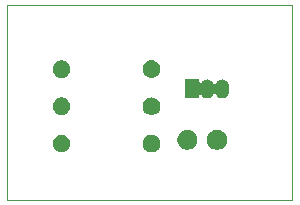
<source format=gbr>
G04 #@! TF.GenerationSoftware,KiCad,Pcbnew,(5.1.2)-2*
G04 #@! TF.CreationDate,2019-08-09T21:51:20-03:00*
G04 #@! TF.ProjectId,primeiro,7072696d-6569-4726-9f2e-6b696361645f,rev?*
G04 #@! TF.SameCoordinates,Original*
G04 #@! TF.FileFunction,Soldermask,Top*
G04 #@! TF.FilePolarity,Negative*
%FSLAX46Y46*%
G04 Gerber Fmt 4.6, Leading zero omitted, Abs format (unit mm)*
G04 Created by KiCad (PCBNEW (5.1.2)-2) date 2019-08-09 21:51:20*
%MOMM*%
%LPD*%
G04 APERTURE LIST*
%ADD10C,0.050000*%
%ADD11C,0.100000*%
G04 APERTURE END LIST*
D10*
X134620000Y-101600000D02*
X134620000Y-85090000D01*
X158750000Y-101600000D02*
X134620000Y-101600000D01*
X158750000Y-85090000D02*
X158750000Y-101600000D01*
X134620000Y-85090000D02*
X158750000Y-85090000D01*
D11*
G36*
X139409059Y-96107860D02*
G01*
X139469294Y-96132810D01*
X139545732Y-96164472D01*
X139668735Y-96246660D01*
X139773340Y-96351265D01*
X139855528Y-96474268D01*
X139912140Y-96610941D01*
X139941000Y-96756033D01*
X139941000Y-96903967D01*
X139912140Y-97049059D01*
X139855528Y-97185732D01*
X139773340Y-97308735D01*
X139668735Y-97413340D01*
X139545732Y-97495528D01*
X139545731Y-97495529D01*
X139545730Y-97495529D01*
X139409059Y-97552140D01*
X139263968Y-97581000D01*
X139116032Y-97581000D01*
X138970941Y-97552140D01*
X138834270Y-97495529D01*
X138834269Y-97495529D01*
X138834268Y-97495528D01*
X138711265Y-97413340D01*
X138606660Y-97308735D01*
X138524472Y-97185732D01*
X138467860Y-97049059D01*
X138439000Y-96903967D01*
X138439000Y-96756033D01*
X138467860Y-96610941D01*
X138524472Y-96474268D01*
X138606660Y-96351265D01*
X138711265Y-96246660D01*
X138834268Y-96164472D01*
X138910707Y-96132810D01*
X138970941Y-96107860D01*
X139116032Y-96079000D01*
X139263968Y-96079000D01*
X139409059Y-96107860D01*
X139409059Y-96107860D01*
G37*
G36*
X146883665Y-96082622D02*
G01*
X146957222Y-96089867D01*
X147098786Y-96132810D01*
X147229252Y-96202546D01*
X147259040Y-96226992D01*
X147343607Y-96296393D01*
X147413008Y-96380960D01*
X147437454Y-96410748D01*
X147507190Y-96541214D01*
X147550133Y-96682778D01*
X147564633Y-96830000D01*
X147550133Y-96977222D01*
X147507190Y-97118786D01*
X147437454Y-97249252D01*
X147417023Y-97274147D01*
X147343607Y-97363607D01*
X147283004Y-97413341D01*
X147229252Y-97457454D01*
X147098786Y-97527190D01*
X146957222Y-97570133D01*
X146883665Y-97577378D01*
X146846888Y-97581000D01*
X146773112Y-97581000D01*
X146736335Y-97577378D01*
X146662778Y-97570133D01*
X146521214Y-97527190D01*
X146390748Y-97457454D01*
X146336996Y-97413341D01*
X146276393Y-97363607D01*
X146202977Y-97274147D01*
X146182546Y-97249252D01*
X146112810Y-97118786D01*
X146069867Y-96977222D01*
X146055367Y-96830000D01*
X146069867Y-96682778D01*
X146112810Y-96541214D01*
X146182546Y-96410748D01*
X146206992Y-96380960D01*
X146276393Y-96296393D01*
X146360960Y-96226992D01*
X146390748Y-96202546D01*
X146521214Y-96132810D01*
X146662778Y-96089867D01*
X146736335Y-96082622D01*
X146773112Y-96079000D01*
X146846888Y-96079000D01*
X146883665Y-96082622D01*
X146883665Y-96082622D01*
G37*
G36*
X150108228Y-95701703D02*
G01*
X150263100Y-95765853D01*
X150402481Y-95858985D01*
X150521015Y-95977519D01*
X150614147Y-96116900D01*
X150678297Y-96271772D01*
X150711000Y-96436184D01*
X150711000Y-96603816D01*
X150678297Y-96768228D01*
X150614147Y-96923100D01*
X150521015Y-97062481D01*
X150402481Y-97181015D01*
X150263100Y-97274147D01*
X150108228Y-97338297D01*
X149943816Y-97371000D01*
X149776184Y-97371000D01*
X149611772Y-97338297D01*
X149456900Y-97274147D01*
X149317519Y-97181015D01*
X149198985Y-97062481D01*
X149105853Y-96923100D01*
X149041703Y-96768228D01*
X149009000Y-96603816D01*
X149009000Y-96436184D01*
X149041703Y-96271772D01*
X149105853Y-96116900D01*
X149198985Y-95977519D01*
X149317519Y-95858985D01*
X149456900Y-95765853D01*
X149611772Y-95701703D01*
X149776184Y-95669000D01*
X149943816Y-95669000D01*
X150108228Y-95701703D01*
X150108228Y-95701703D01*
G37*
G36*
X152608228Y-95701703D02*
G01*
X152763100Y-95765853D01*
X152902481Y-95858985D01*
X153021015Y-95977519D01*
X153114147Y-96116900D01*
X153178297Y-96271772D01*
X153211000Y-96436184D01*
X153211000Y-96603816D01*
X153178297Y-96768228D01*
X153114147Y-96923100D01*
X153021015Y-97062481D01*
X152902481Y-97181015D01*
X152763100Y-97274147D01*
X152608228Y-97338297D01*
X152443816Y-97371000D01*
X152276184Y-97371000D01*
X152111772Y-97338297D01*
X151956900Y-97274147D01*
X151817519Y-97181015D01*
X151698985Y-97062481D01*
X151605853Y-96923100D01*
X151541703Y-96768228D01*
X151509000Y-96603816D01*
X151509000Y-96436184D01*
X151541703Y-96271772D01*
X151605853Y-96116900D01*
X151698985Y-95977519D01*
X151817519Y-95858985D01*
X151956900Y-95765853D01*
X152111772Y-95701703D01*
X152276184Y-95669000D01*
X152443816Y-95669000D01*
X152608228Y-95701703D01*
X152608228Y-95701703D01*
G37*
G36*
X146883665Y-92932622D02*
G01*
X146957222Y-92939867D01*
X147098786Y-92982810D01*
X147229252Y-93052546D01*
X147259040Y-93076992D01*
X147343607Y-93146393D01*
X147413008Y-93230960D01*
X147437454Y-93260748D01*
X147507190Y-93391214D01*
X147550133Y-93532778D01*
X147564633Y-93680000D01*
X147550133Y-93827222D01*
X147507190Y-93968786D01*
X147437454Y-94099252D01*
X147413008Y-94129040D01*
X147343607Y-94213607D01*
X147283004Y-94263341D01*
X147229252Y-94307454D01*
X147098786Y-94377190D01*
X146957222Y-94420133D01*
X146883665Y-94427378D01*
X146846888Y-94431000D01*
X146773112Y-94431000D01*
X146736335Y-94427378D01*
X146662778Y-94420133D01*
X146521214Y-94377190D01*
X146390748Y-94307454D01*
X146336996Y-94263341D01*
X146276393Y-94213607D01*
X146206992Y-94129040D01*
X146182546Y-94099252D01*
X146112810Y-93968786D01*
X146069867Y-93827222D01*
X146055367Y-93680000D01*
X146069867Y-93532778D01*
X146112810Y-93391214D01*
X146182546Y-93260748D01*
X146206992Y-93230960D01*
X146276393Y-93146393D01*
X146360960Y-93076992D01*
X146390748Y-93052546D01*
X146521214Y-92982810D01*
X146662778Y-92939867D01*
X146736335Y-92932622D01*
X146773112Y-92929000D01*
X146846888Y-92929000D01*
X146883665Y-92932622D01*
X146883665Y-92932622D01*
G37*
G36*
X139409059Y-92957860D02*
G01*
X139544079Y-93013787D01*
X139545732Y-93014472D01*
X139668735Y-93096660D01*
X139773340Y-93201265D01*
X139855528Y-93324268D01*
X139912140Y-93460941D01*
X139941000Y-93606033D01*
X139941000Y-93753967D01*
X139912140Y-93899059D01*
X139855528Y-94035732D01*
X139773340Y-94158735D01*
X139668735Y-94263340D01*
X139545732Y-94345528D01*
X139545731Y-94345529D01*
X139545730Y-94345529D01*
X139409059Y-94402140D01*
X139263968Y-94431000D01*
X139116032Y-94431000D01*
X138970941Y-94402140D01*
X138834270Y-94345529D01*
X138834269Y-94345529D01*
X138834268Y-94345528D01*
X138711265Y-94263340D01*
X138606660Y-94158735D01*
X138524472Y-94035732D01*
X138467860Y-93899059D01*
X138439000Y-93753967D01*
X138439000Y-93606033D01*
X138467860Y-93460941D01*
X138524472Y-93324268D01*
X138606660Y-93201265D01*
X138711265Y-93096660D01*
X138834268Y-93014472D01*
X138835922Y-93013787D01*
X138970941Y-92957860D01*
X139116032Y-92929000D01*
X139263968Y-92929000D01*
X139409059Y-92957860D01*
X139409059Y-92957860D01*
G37*
G36*
X152922915Y-91417334D02*
G01*
X153031491Y-91450271D01*
X153031494Y-91450272D01*
X153067600Y-91469571D01*
X153131556Y-91503756D01*
X153219264Y-91575736D01*
X153291244Y-91663443D01*
X153325429Y-91727399D01*
X153344728Y-91763505D01*
X153344729Y-91763508D01*
X153377666Y-91872084D01*
X153386000Y-91956702D01*
X153386000Y-92463297D01*
X153377666Y-92547916D01*
X153345252Y-92654767D01*
X153344728Y-92656495D01*
X153334761Y-92675141D01*
X153291244Y-92756557D01*
X153219264Y-92844264D01*
X153131557Y-92916244D01*
X153067601Y-92950429D01*
X153031495Y-92969728D01*
X153031492Y-92969729D01*
X152922916Y-93002666D01*
X152810000Y-93013787D01*
X152697085Y-93002666D01*
X152588509Y-92969729D01*
X152588506Y-92969728D01*
X152552400Y-92950429D01*
X152488444Y-92916244D01*
X152400737Y-92844264D01*
X152328757Y-92756557D01*
X152285239Y-92675141D01*
X152271625Y-92654766D01*
X152254298Y-92637439D01*
X152233924Y-92623826D01*
X152211285Y-92614448D01*
X152187252Y-92609668D01*
X152162748Y-92609668D01*
X152138715Y-92614448D01*
X152116076Y-92623826D01*
X152095701Y-92637440D01*
X152078374Y-92654767D01*
X152064761Y-92675141D01*
X152021244Y-92756557D01*
X151949264Y-92844264D01*
X151861557Y-92916244D01*
X151797601Y-92950429D01*
X151761495Y-92969728D01*
X151761492Y-92969729D01*
X151652916Y-93002666D01*
X151540000Y-93013787D01*
X151427085Y-93002666D01*
X151318509Y-92969729D01*
X151318506Y-92969728D01*
X151282400Y-92950429D01*
X151218444Y-92916244D01*
X151130737Y-92844264D01*
X151067622Y-92767359D01*
X151050297Y-92750034D01*
X151029923Y-92736420D01*
X151007284Y-92727043D01*
X150983250Y-92722263D01*
X150958746Y-92722263D01*
X150934713Y-92727044D01*
X150912074Y-92736421D01*
X150891700Y-92750035D01*
X150874373Y-92767362D01*
X150860759Y-92787736D01*
X150851382Y-92810375D01*
X150846000Y-92846660D01*
X150846000Y-93011000D01*
X149694000Y-93011000D01*
X149694000Y-91409000D01*
X150846000Y-91409000D01*
X150846000Y-91573341D01*
X150848402Y-91597727D01*
X150855515Y-91621176D01*
X150867066Y-91642787D01*
X150882611Y-91661729D01*
X150901553Y-91677274D01*
X150923164Y-91688825D01*
X150946613Y-91695938D01*
X150970999Y-91698340D01*
X150995385Y-91695938D01*
X151018834Y-91688825D01*
X151040445Y-91677274D01*
X151059387Y-91661729D01*
X151067608Y-91652657D01*
X151130736Y-91575736D01*
X151218443Y-91503756D01*
X151282399Y-91469571D01*
X151318505Y-91450272D01*
X151318508Y-91450271D01*
X151427084Y-91417334D01*
X151540000Y-91406213D01*
X151652915Y-91417334D01*
X151761491Y-91450271D01*
X151761494Y-91450272D01*
X151797600Y-91469571D01*
X151861556Y-91503756D01*
X151949264Y-91575736D01*
X152021244Y-91663443D01*
X152064761Y-91744859D01*
X152078375Y-91765234D01*
X152095702Y-91782561D01*
X152116076Y-91796174D01*
X152138715Y-91805552D01*
X152162748Y-91810332D01*
X152187252Y-91810332D01*
X152211285Y-91805552D01*
X152233924Y-91796174D01*
X152254299Y-91782560D01*
X152271626Y-91765233D01*
X152285239Y-91744860D01*
X152328756Y-91663444D01*
X152400736Y-91575736D01*
X152488443Y-91503756D01*
X152552399Y-91469571D01*
X152588505Y-91450272D01*
X152588508Y-91450271D01*
X152697084Y-91417334D01*
X152810000Y-91406213D01*
X152922915Y-91417334D01*
X152922915Y-91417334D01*
G37*
G36*
X139409059Y-89807860D02*
G01*
X139469294Y-89832810D01*
X139545732Y-89864472D01*
X139668735Y-89946660D01*
X139773340Y-90051265D01*
X139855528Y-90174268D01*
X139912140Y-90310941D01*
X139941000Y-90456033D01*
X139941000Y-90603967D01*
X139912140Y-90749059D01*
X139855528Y-90885732D01*
X139773340Y-91008735D01*
X139668735Y-91113340D01*
X139545732Y-91195528D01*
X139545731Y-91195529D01*
X139545730Y-91195529D01*
X139409059Y-91252140D01*
X139263968Y-91281000D01*
X139116032Y-91281000D01*
X138970941Y-91252140D01*
X138834270Y-91195529D01*
X138834269Y-91195529D01*
X138834268Y-91195528D01*
X138711265Y-91113340D01*
X138606660Y-91008735D01*
X138524472Y-90885732D01*
X138467860Y-90749059D01*
X138439000Y-90603967D01*
X138439000Y-90456033D01*
X138467860Y-90310941D01*
X138524472Y-90174268D01*
X138606660Y-90051265D01*
X138711265Y-89946660D01*
X138834268Y-89864472D01*
X138910707Y-89832810D01*
X138970941Y-89807860D01*
X139116032Y-89779000D01*
X139263968Y-89779000D01*
X139409059Y-89807860D01*
X139409059Y-89807860D01*
G37*
G36*
X146883665Y-89782622D02*
G01*
X146957222Y-89789867D01*
X147098786Y-89832810D01*
X147229252Y-89902546D01*
X147259040Y-89926992D01*
X147343607Y-89996393D01*
X147413008Y-90080960D01*
X147437454Y-90110748D01*
X147507190Y-90241214D01*
X147550133Y-90382778D01*
X147564633Y-90530000D01*
X147550133Y-90677222D01*
X147507190Y-90818786D01*
X147437454Y-90949252D01*
X147413008Y-90979040D01*
X147343607Y-91063607D01*
X147283004Y-91113341D01*
X147229252Y-91157454D01*
X147098786Y-91227190D01*
X146957222Y-91270133D01*
X146883665Y-91277378D01*
X146846888Y-91281000D01*
X146773112Y-91281000D01*
X146736335Y-91277378D01*
X146662778Y-91270133D01*
X146521214Y-91227190D01*
X146390748Y-91157454D01*
X146336996Y-91113341D01*
X146276393Y-91063607D01*
X146206992Y-90979040D01*
X146182546Y-90949252D01*
X146112810Y-90818786D01*
X146069867Y-90677222D01*
X146055367Y-90530000D01*
X146069867Y-90382778D01*
X146112810Y-90241214D01*
X146182546Y-90110748D01*
X146206992Y-90080960D01*
X146276393Y-89996393D01*
X146360960Y-89926992D01*
X146390748Y-89902546D01*
X146521214Y-89832810D01*
X146662778Y-89789867D01*
X146736335Y-89782622D01*
X146773112Y-89779000D01*
X146846888Y-89779000D01*
X146883665Y-89782622D01*
X146883665Y-89782622D01*
G37*
M02*

</source>
